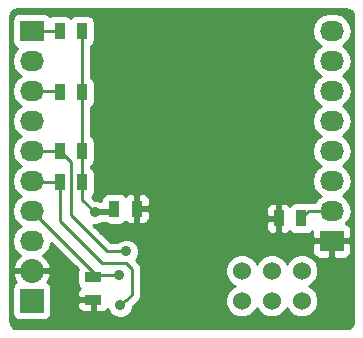
<source format=gbl>
G04 #@! TF.FileFunction,Copper,L2,Bot,Signal*
%FSLAX46Y46*%
G04 Gerber Fmt 4.6, Leading zero omitted, Abs format (unit mm)*
G04 Created by KiCad (PCBNEW 4.0.1-stable) date 2/6/2016 4:43:16 PM*
%MOMM*%
G01*
G04 APERTURE LIST*
%ADD10C,0.100000*%
%ADD11R,2.032000X1.727200*%
%ADD12O,2.032000X1.727200*%
%ADD13R,0.889000X1.397000*%
%ADD14C,1.524000*%
%ADD15R,1.397000X0.889000*%
%ADD16R,2.032000X2.032000*%
%ADD17O,2.032000X2.032000*%
%ADD18C,0.889000*%
%ADD19C,1.270000*%
%ADD20C,0.254000*%
%ADD21C,0.508000*%
G04 APERTURE END LIST*
D10*
D11*
X130810000Y-91440000D03*
D12*
X130810000Y-93980000D03*
X130810000Y-96520000D03*
X130810000Y-99060000D03*
X130810000Y-101600000D03*
X130810000Y-104140000D03*
X130810000Y-106680000D03*
X130810000Y-109220000D03*
D11*
X156210000Y-109220000D03*
D12*
X156210000Y-106680000D03*
X156210000Y-104140000D03*
X156210000Y-101600000D03*
X156210000Y-99060000D03*
X156210000Y-96520000D03*
X156210000Y-93980000D03*
X156210000Y-91440000D03*
D13*
X137797500Y-106500000D03*
X139702500Y-106500000D03*
X133159500Y-91440000D03*
X135064500Y-91440000D03*
X133159500Y-96647000D03*
X135064500Y-96647000D03*
X151701500Y-107315000D03*
X153606500Y-107315000D03*
X135064500Y-101600000D03*
X133159500Y-101600000D03*
X135064500Y-104267000D03*
X133159500Y-104267000D03*
D14*
X148590000Y-114300000D03*
X148590000Y-111760000D03*
X151130000Y-114300000D03*
X151130000Y-111760000D03*
X153670000Y-114300000D03*
X153670000Y-111760000D03*
D15*
X136000000Y-114202500D03*
X136000000Y-112297500D03*
D16*
X130810000Y-114300000D03*
D17*
X130810000Y-111760000D03*
D18*
X138303000Y-114681000D03*
X136144000Y-106807000D03*
X138811000Y-110109000D03*
D19*
X137000000Y-108250000D03*
D18*
X152500000Y-105250000D03*
D19*
X133858000Y-112776000D03*
D18*
X138176000Y-112141000D03*
D20*
X130810000Y-91440000D02*
X133159500Y-91440000D01*
X133159500Y-104267000D02*
X133159500Y-107505500D01*
X139319000Y-113792000D02*
X138303000Y-114681000D01*
X139319000Y-111633000D02*
X139319000Y-113792000D01*
X138811000Y-111125000D02*
X139319000Y-111633000D01*
X136779000Y-111125000D02*
X138811000Y-111125000D01*
X133159500Y-107505500D02*
X136779000Y-111125000D01*
X130810000Y-104140000D02*
X130937000Y-104267000D01*
X130937000Y-104267000D02*
X133159500Y-104267000D01*
X135064500Y-104267000D02*
X135064500Y-105727500D01*
X135064500Y-105727500D02*
X136144000Y-106807000D01*
D21*
X136144000Y-106807000D02*
X137604500Y-106807000D01*
X137604500Y-106807000D02*
X137731500Y-106680000D01*
D20*
X135064500Y-101600000D02*
X135064500Y-104267000D01*
X135064500Y-96647000D02*
X135064500Y-101600000D01*
X135064500Y-91440000D02*
X135064500Y-96647000D01*
X133159500Y-101600000D02*
X134112000Y-102552500D01*
X134112000Y-102552500D02*
X134112000Y-107061000D01*
X130810000Y-101600000D02*
X133159500Y-101600000D01*
X137160000Y-110109000D02*
X138811000Y-110109000D01*
X134112000Y-107061000D02*
X137160000Y-110109000D01*
X130810000Y-101600000D02*
X130810000Y-101727000D01*
X130810000Y-106680000D02*
X136271000Y-112141000D01*
X136271000Y-112141000D02*
X138176000Y-112141000D01*
X153606500Y-107315000D02*
X154241500Y-106680000D01*
X154241500Y-106680000D02*
X156210000Y-106680000D01*
X130810000Y-96520000D02*
X133032500Y-96520000D01*
X133032500Y-96520000D02*
X133159500Y-96647000D01*
G36*
X157688979Y-89665478D02*
X157866145Y-89783856D01*
X157984521Y-89961019D01*
X158040000Y-90239931D01*
X158040000Y-116008069D01*
X157984521Y-116286981D01*
X157866145Y-116464144D01*
X157688979Y-116582522D01*
X157410070Y-116638000D01*
X129609931Y-116638000D01*
X129331019Y-116582521D01*
X129153856Y-116464145D01*
X129035478Y-116286979D01*
X128980000Y-116008070D01*
X128980000Y-113284000D01*
X129146560Y-113284000D01*
X129146560Y-115316000D01*
X129190838Y-115551317D01*
X129329910Y-115767441D01*
X129542110Y-115912431D01*
X129794000Y-115963440D01*
X131826000Y-115963440D01*
X132061317Y-115919162D01*
X132277441Y-115780090D01*
X132422431Y-115567890D01*
X132473440Y-115316000D01*
X132473440Y-114488250D01*
X134666500Y-114488250D01*
X134666500Y-114773309D01*
X134763173Y-115006698D01*
X134941801Y-115185327D01*
X135175190Y-115282000D01*
X135714250Y-115282000D01*
X135873000Y-115123250D01*
X135873000Y-114329500D01*
X134825250Y-114329500D01*
X134666500Y-114488250D01*
X132473440Y-114488250D01*
X132473440Y-113284000D01*
X132429162Y-113048683D01*
X132290090Y-112832559D01*
X132127052Y-112721160D01*
X132216385Y-112624818D01*
X132415975Y-112142944D01*
X132296836Y-111887000D01*
X130937000Y-111887000D01*
X130937000Y-111907000D01*
X130683000Y-111907000D01*
X130683000Y-111887000D01*
X129323164Y-111887000D01*
X129204025Y-112142944D01*
X129403615Y-112624818D01*
X129494097Y-112722398D01*
X129342559Y-112819910D01*
X129197569Y-113032110D01*
X129146560Y-113284000D01*
X128980000Y-113284000D01*
X128980000Y-93980000D01*
X129126655Y-93980000D01*
X129240729Y-94553489D01*
X129565585Y-95039670D01*
X129880366Y-95250000D01*
X129565585Y-95460330D01*
X129240729Y-95946511D01*
X129126655Y-96520000D01*
X129240729Y-97093489D01*
X129565585Y-97579670D01*
X129880366Y-97790000D01*
X129565585Y-98000330D01*
X129240729Y-98486511D01*
X129126655Y-99060000D01*
X129240729Y-99633489D01*
X129565585Y-100119670D01*
X129880366Y-100330000D01*
X129565585Y-100540330D01*
X129240729Y-101026511D01*
X129126655Y-101600000D01*
X129240729Y-102173489D01*
X129565585Y-102659670D01*
X129880366Y-102870000D01*
X129565585Y-103080330D01*
X129240729Y-103566511D01*
X129126655Y-104140000D01*
X129240729Y-104713489D01*
X129565585Y-105199670D01*
X129880366Y-105410000D01*
X129565585Y-105620330D01*
X129240729Y-106106511D01*
X129126655Y-106680000D01*
X129240729Y-107253489D01*
X129565585Y-107739670D01*
X129880366Y-107950000D01*
X129565585Y-108160330D01*
X129240729Y-108646511D01*
X129126655Y-109220000D01*
X129240729Y-109793489D01*
X129565585Y-110279670D01*
X129817976Y-110448312D01*
X129403615Y-110895182D01*
X129204025Y-111377056D01*
X129323164Y-111633000D01*
X130683000Y-111633000D01*
X130683000Y-111613000D01*
X130937000Y-111613000D01*
X130937000Y-111633000D01*
X132296836Y-111633000D01*
X132415975Y-111377056D01*
X132216385Y-110895182D01*
X131802024Y-110448312D01*
X132054415Y-110279670D01*
X132379271Y-109793489D01*
X132456683Y-109404313D01*
X134696381Y-111644012D01*
X134654060Y-111853000D01*
X134654060Y-112742000D01*
X134698338Y-112977317D01*
X134837410Y-113193441D01*
X134915011Y-113246463D01*
X134763173Y-113398302D01*
X134666500Y-113631691D01*
X134666500Y-113916750D01*
X134825250Y-114075500D01*
X135873000Y-114075500D01*
X135873000Y-114055500D01*
X136127000Y-114055500D01*
X136127000Y-114075500D01*
X136147000Y-114075500D01*
X136147000Y-114329500D01*
X136127000Y-114329500D01*
X136127000Y-115123250D01*
X136285750Y-115282000D01*
X136824810Y-115282000D01*
X137058199Y-115185327D01*
X137236827Y-115006698D01*
X137253211Y-114967143D01*
X137387311Y-115291689D01*
X137690714Y-115595622D01*
X138087332Y-115760313D01*
X138516784Y-115760687D01*
X138913689Y-115596689D01*
X139217622Y-115293286D01*
X139382313Y-114896668D01*
X139382442Y-114749010D01*
X139820781Y-114365463D01*
X139836449Y-114345092D01*
X139857815Y-114330815D01*
X139926579Y-114227902D01*
X140002040Y-114129787D01*
X140008719Y-114104972D01*
X140022996Y-114083605D01*
X140047144Y-113962206D01*
X140079312Y-113842687D01*
X140075986Y-113817205D01*
X140081000Y-113792000D01*
X140081000Y-112036661D01*
X147192758Y-112036661D01*
X147404990Y-112550303D01*
X147797630Y-112943629D01*
X148005512Y-113029949D01*
X147799697Y-113114990D01*
X147406371Y-113507630D01*
X147193243Y-114020900D01*
X147192758Y-114576661D01*
X147404990Y-115090303D01*
X147797630Y-115483629D01*
X148310900Y-115696757D01*
X148866661Y-115697242D01*
X149380303Y-115485010D01*
X149773629Y-115092370D01*
X149859949Y-114884488D01*
X149944990Y-115090303D01*
X150337630Y-115483629D01*
X150850900Y-115696757D01*
X151406661Y-115697242D01*
X151920303Y-115485010D01*
X152313629Y-115092370D01*
X152399949Y-114884488D01*
X152484990Y-115090303D01*
X152877630Y-115483629D01*
X153390900Y-115696757D01*
X153946661Y-115697242D01*
X154460303Y-115485010D01*
X154853629Y-115092370D01*
X155066757Y-114579100D01*
X155067242Y-114023339D01*
X154855010Y-113509697D01*
X154462370Y-113116371D01*
X154254488Y-113030051D01*
X154460303Y-112945010D01*
X154853629Y-112552370D01*
X155066757Y-112039100D01*
X155067242Y-111483339D01*
X154855010Y-110969697D01*
X154462370Y-110576371D01*
X153949100Y-110363243D01*
X153393339Y-110362758D01*
X152879697Y-110574990D01*
X152486371Y-110967630D01*
X152400051Y-111175512D01*
X152315010Y-110969697D01*
X151922370Y-110576371D01*
X151409100Y-110363243D01*
X150853339Y-110362758D01*
X150339697Y-110574990D01*
X149946371Y-110967630D01*
X149860051Y-111175512D01*
X149775010Y-110969697D01*
X149382370Y-110576371D01*
X148869100Y-110363243D01*
X148313339Y-110362758D01*
X147799697Y-110574990D01*
X147406371Y-110967630D01*
X147193243Y-111480900D01*
X147192758Y-112036661D01*
X140081000Y-112036661D01*
X140081000Y-111633000D01*
X140022996Y-111341395D01*
X139966317Y-111256569D01*
X139857815Y-111094184D01*
X139605164Y-110841534D01*
X139725622Y-110721286D01*
X139890313Y-110324668D01*
X139890687Y-109895216D01*
X139729763Y-109505750D01*
X154559000Y-109505750D01*
X154559000Y-110209910D01*
X154655673Y-110443299D01*
X154834302Y-110621927D01*
X155067691Y-110718600D01*
X155924250Y-110718600D01*
X156083000Y-110559850D01*
X156083000Y-109347000D01*
X156337000Y-109347000D01*
X156337000Y-110559850D01*
X156495750Y-110718600D01*
X157352309Y-110718600D01*
X157585698Y-110621927D01*
X157764327Y-110443299D01*
X157861000Y-110209910D01*
X157861000Y-109505750D01*
X157702250Y-109347000D01*
X156337000Y-109347000D01*
X156083000Y-109347000D01*
X154717750Y-109347000D01*
X154559000Y-109505750D01*
X139729763Y-109505750D01*
X139726689Y-109498311D01*
X139423286Y-109194378D01*
X139026668Y-109029687D01*
X138597216Y-109029313D01*
X138200311Y-109193311D01*
X138046354Y-109347000D01*
X137475630Y-109347000D01*
X136015018Y-107886388D01*
X136357784Y-107886687D01*
X136754689Y-107722689D01*
X136781425Y-107696000D01*
X136956320Y-107696000D01*
X137101110Y-107794931D01*
X137353000Y-107845940D01*
X138242000Y-107845940D01*
X138477317Y-107801662D01*
X138693441Y-107662590D01*
X138746463Y-107584989D01*
X138898302Y-107736827D01*
X139131691Y-107833500D01*
X139416750Y-107833500D01*
X139575500Y-107674750D01*
X139575500Y-106627000D01*
X139829500Y-106627000D01*
X139829500Y-107674750D01*
X139988250Y-107833500D01*
X140273309Y-107833500D01*
X140506698Y-107736827D01*
X140642775Y-107600750D01*
X150622000Y-107600750D01*
X150622000Y-108139810D01*
X150718673Y-108373199D01*
X150897302Y-108551827D01*
X151130691Y-108648500D01*
X151415750Y-108648500D01*
X151574500Y-108489750D01*
X151574500Y-107442000D01*
X150780750Y-107442000D01*
X150622000Y-107600750D01*
X140642775Y-107600750D01*
X140685327Y-107558199D01*
X140782000Y-107324810D01*
X140782000Y-106785750D01*
X140623250Y-106627000D01*
X139829500Y-106627000D01*
X139575500Y-106627000D01*
X139555500Y-106627000D01*
X139555500Y-106490190D01*
X150622000Y-106490190D01*
X150622000Y-107029250D01*
X150780750Y-107188000D01*
X151574500Y-107188000D01*
X151574500Y-106140250D01*
X151828500Y-106140250D01*
X151828500Y-107188000D01*
X151848500Y-107188000D01*
X151848500Y-107442000D01*
X151828500Y-107442000D01*
X151828500Y-108489750D01*
X151987250Y-108648500D01*
X152272309Y-108648500D01*
X152505698Y-108551827D01*
X152656671Y-108400854D01*
X152697910Y-108464941D01*
X152910110Y-108609931D01*
X153162000Y-108660940D01*
X154051000Y-108660940D01*
X154286317Y-108616662D01*
X154502441Y-108477590D01*
X154559000Y-108394813D01*
X154559000Y-108934250D01*
X154717750Y-109093000D01*
X156083000Y-109093000D01*
X156083000Y-109073000D01*
X156337000Y-109073000D01*
X156337000Y-109093000D01*
X157702250Y-109093000D01*
X157861000Y-108934250D01*
X157861000Y-108230090D01*
X157764327Y-107996701D01*
X157585698Y-107818073D01*
X157432220Y-107754500D01*
X157454415Y-107739670D01*
X157779271Y-107253489D01*
X157893345Y-106680000D01*
X157779271Y-106106511D01*
X157454415Y-105620330D01*
X157139634Y-105410000D01*
X157454415Y-105199670D01*
X157779271Y-104713489D01*
X157893345Y-104140000D01*
X157779271Y-103566511D01*
X157454415Y-103080330D01*
X157139634Y-102870000D01*
X157454415Y-102659670D01*
X157779271Y-102173489D01*
X157893345Y-101600000D01*
X157779271Y-101026511D01*
X157454415Y-100540330D01*
X157139634Y-100330000D01*
X157454415Y-100119670D01*
X157779271Y-99633489D01*
X157893345Y-99060000D01*
X157779271Y-98486511D01*
X157454415Y-98000330D01*
X157139634Y-97790000D01*
X157454415Y-97579670D01*
X157779271Y-97093489D01*
X157893345Y-96520000D01*
X157779271Y-95946511D01*
X157454415Y-95460330D01*
X157139634Y-95250000D01*
X157454415Y-95039670D01*
X157779271Y-94553489D01*
X157893345Y-93980000D01*
X157779271Y-93406511D01*
X157454415Y-92920330D01*
X157139634Y-92710000D01*
X157454415Y-92499670D01*
X157779271Y-92013489D01*
X157893345Y-91440000D01*
X157779271Y-90866511D01*
X157454415Y-90380330D01*
X156968234Y-90055474D01*
X156394745Y-89941400D01*
X156025255Y-89941400D01*
X155451766Y-90055474D01*
X154965585Y-90380330D01*
X154640729Y-90866511D01*
X154526655Y-91440000D01*
X154640729Y-92013489D01*
X154965585Y-92499670D01*
X155280366Y-92710000D01*
X154965585Y-92920330D01*
X154640729Y-93406511D01*
X154526655Y-93980000D01*
X154640729Y-94553489D01*
X154965585Y-95039670D01*
X155280366Y-95250000D01*
X154965585Y-95460330D01*
X154640729Y-95946511D01*
X154526655Y-96520000D01*
X154640729Y-97093489D01*
X154965585Y-97579670D01*
X155280366Y-97790000D01*
X154965585Y-98000330D01*
X154640729Y-98486511D01*
X154526655Y-99060000D01*
X154640729Y-99633489D01*
X154965585Y-100119670D01*
X155280366Y-100330000D01*
X154965585Y-100540330D01*
X154640729Y-101026511D01*
X154526655Y-101600000D01*
X154640729Y-102173489D01*
X154965585Y-102659670D01*
X155280366Y-102870000D01*
X154965585Y-103080330D01*
X154640729Y-103566511D01*
X154526655Y-104140000D01*
X154640729Y-104713489D01*
X154965585Y-105199670D01*
X155280366Y-105410000D01*
X154965585Y-105620330D01*
X154766688Y-105918000D01*
X154241500Y-105918000D01*
X153984805Y-105969060D01*
X153162000Y-105969060D01*
X152926683Y-106013338D01*
X152710559Y-106152410D01*
X152657537Y-106230011D01*
X152505698Y-106078173D01*
X152272309Y-105981500D01*
X151987250Y-105981500D01*
X151828500Y-106140250D01*
X151574500Y-106140250D01*
X151415750Y-105981500D01*
X151130691Y-105981500D01*
X150897302Y-106078173D01*
X150718673Y-106256801D01*
X150622000Y-106490190D01*
X139555500Y-106490190D01*
X139555500Y-106373000D01*
X139575500Y-106373000D01*
X139575500Y-105325250D01*
X139829500Y-105325250D01*
X139829500Y-106373000D01*
X140623250Y-106373000D01*
X140782000Y-106214250D01*
X140782000Y-105675190D01*
X140685327Y-105441801D01*
X140506698Y-105263173D01*
X140273309Y-105166500D01*
X139988250Y-105166500D01*
X139829500Y-105325250D01*
X139575500Y-105325250D01*
X139416750Y-105166500D01*
X139131691Y-105166500D01*
X138898302Y-105263173D01*
X138747329Y-105414146D01*
X138706090Y-105350059D01*
X138493890Y-105205069D01*
X138242000Y-105154060D01*
X137353000Y-105154060D01*
X137117683Y-105198338D01*
X136901559Y-105337410D01*
X136756569Y-105549610D01*
X136705560Y-105801500D01*
X136705560Y-105871315D01*
X136359668Y-105727687D01*
X136142128Y-105727498D01*
X135889725Y-105475095D01*
X135960441Y-105429590D01*
X136105431Y-105217390D01*
X136156440Y-104965500D01*
X136156440Y-103568500D01*
X136112162Y-103333183D01*
X135973090Y-103117059D01*
X135826500Y-103016898D01*
X135826500Y-102848779D01*
X135960441Y-102762590D01*
X136105431Y-102550390D01*
X136156440Y-102298500D01*
X136156440Y-100901500D01*
X136112162Y-100666183D01*
X135973090Y-100450059D01*
X135826500Y-100349898D01*
X135826500Y-97895779D01*
X135960441Y-97809590D01*
X136105431Y-97597390D01*
X136156440Y-97345500D01*
X136156440Y-95948500D01*
X136112162Y-95713183D01*
X135973090Y-95497059D01*
X135826500Y-95396898D01*
X135826500Y-92688779D01*
X135960441Y-92602590D01*
X136105431Y-92390390D01*
X136156440Y-92138500D01*
X136156440Y-90741500D01*
X136112162Y-90506183D01*
X135973090Y-90290059D01*
X135760890Y-90145069D01*
X135509000Y-90094060D01*
X134620000Y-90094060D01*
X134384683Y-90138338D01*
X134168559Y-90277410D01*
X134112626Y-90359270D01*
X134068090Y-90290059D01*
X133855890Y-90145069D01*
X133604000Y-90094060D01*
X132715000Y-90094060D01*
X132479683Y-90138338D01*
X132351695Y-90220696D01*
X132290090Y-90124959D01*
X132077890Y-89979969D01*
X131826000Y-89928960D01*
X129794000Y-89928960D01*
X129558683Y-89973238D01*
X129342559Y-90112310D01*
X129197569Y-90324510D01*
X129146560Y-90576400D01*
X129146560Y-92303600D01*
X129190838Y-92538917D01*
X129329910Y-92755041D01*
X129542110Y-92900031D01*
X129583439Y-92908400D01*
X129565585Y-92920330D01*
X129240729Y-93406511D01*
X129126655Y-93980000D01*
X128980000Y-93980000D01*
X128980000Y-90239930D01*
X129035478Y-89961021D01*
X129153856Y-89783855D01*
X129331019Y-89665479D01*
X129609931Y-89610000D01*
X157410070Y-89610000D01*
X157688979Y-89665478D01*
X157688979Y-89665478D01*
G37*
X157688979Y-89665478D02*
X157866145Y-89783856D01*
X157984521Y-89961019D01*
X158040000Y-90239931D01*
X158040000Y-116008069D01*
X157984521Y-116286981D01*
X157866145Y-116464144D01*
X157688979Y-116582522D01*
X157410070Y-116638000D01*
X129609931Y-116638000D01*
X129331019Y-116582521D01*
X129153856Y-116464145D01*
X129035478Y-116286979D01*
X128980000Y-116008070D01*
X128980000Y-113284000D01*
X129146560Y-113284000D01*
X129146560Y-115316000D01*
X129190838Y-115551317D01*
X129329910Y-115767441D01*
X129542110Y-115912431D01*
X129794000Y-115963440D01*
X131826000Y-115963440D01*
X132061317Y-115919162D01*
X132277441Y-115780090D01*
X132422431Y-115567890D01*
X132473440Y-115316000D01*
X132473440Y-114488250D01*
X134666500Y-114488250D01*
X134666500Y-114773309D01*
X134763173Y-115006698D01*
X134941801Y-115185327D01*
X135175190Y-115282000D01*
X135714250Y-115282000D01*
X135873000Y-115123250D01*
X135873000Y-114329500D01*
X134825250Y-114329500D01*
X134666500Y-114488250D01*
X132473440Y-114488250D01*
X132473440Y-113284000D01*
X132429162Y-113048683D01*
X132290090Y-112832559D01*
X132127052Y-112721160D01*
X132216385Y-112624818D01*
X132415975Y-112142944D01*
X132296836Y-111887000D01*
X130937000Y-111887000D01*
X130937000Y-111907000D01*
X130683000Y-111907000D01*
X130683000Y-111887000D01*
X129323164Y-111887000D01*
X129204025Y-112142944D01*
X129403615Y-112624818D01*
X129494097Y-112722398D01*
X129342559Y-112819910D01*
X129197569Y-113032110D01*
X129146560Y-113284000D01*
X128980000Y-113284000D01*
X128980000Y-93980000D01*
X129126655Y-93980000D01*
X129240729Y-94553489D01*
X129565585Y-95039670D01*
X129880366Y-95250000D01*
X129565585Y-95460330D01*
X129240729Y-95946511D01*
X129126655Y-96520000D01*
X129240729Y-97093489D01*
X129565585Y-97579670D01*
X129880366Y-97790000D01*
X129565585Y-98000330D01*
X129240729Y-98486511D01*
X129126655Y-99060000D01*
X129240729Y-99633489D01*
X129565585Y-100119670D01*
X129880366Y-100330000D01*
X129565585Y-100540330D01*
X129240729Y-101026511D01*
X129126655Y-101600000D01*
X129240729Y-102173489D01*
X129565585Y-102659670D01*
X129880366Y-102870000D01*
X129565585Y-103080330D01*
X129240729Y-103566511D01*
X129126655Y-104140000D01*
X129240729Y-104713489D01*
X129565585Y-105199670D01*
X129880366Y-105410000D01*
X129565585Y-105620330D01*
X129240729Y-106106511D01*
X129126655Y-106680000D01*
X129240729Y-107253489D01*
X129565585Y-107739670D01*
X129880366Y-107950000D01*
X129565585Y-108160330D01*
X129240729Y-108646511D01*
X129126655Y-109220000D01*
X129240729Y-109793489D01*
X129565585Y-110279670D01*
X129817976Y-110448312D01*
X129403615Y-110895182D01*
X129204025Y-111377056D01*
X129323164Y-111633000D01*
X130683000Y-111633000D01*
X130683000Y-111613000D01*
X130937000Y-111613000D01*
X130937000Y-111633000D01*
X132296836Y-111633000D01*
X132415975Y-111377056D01*
X132216385Y-110895182D01*
X131802024Y-110448312D01*
X132054415Y-110279670D01*
X132379271Y-109793489D01*
X132456683Y-109404313D01*
X134696381Y-111644012D01*
X134654060Y-111853000D01*
X134654060Y-112742000D01*
X134698338Y-112977317D01*
X134837410Y-113193441D01*
X134915011Y-113246463D01*
X134763173Y-113398302D01*
X134666500Y-113631691D01*
X134666500Y-113916750D01*
X134825250Y-114075500D01*
X135873000Y-114075500D01*
X135873000Y-114055500D01*
X136127000Y-114055500D01*
X136127000Y-114075500D01*
X136147000Y-114075500D01*
X136147000Y-114329500D01*
X136127000Y-114329500D01*
X136127000Y-115123250D01*
X136285750Y-115282000D01*
X136824810Y-115282000D01*
X137058199Y-115185327D01*
X137236827Y-115006698D01*
X137253211Y-114967143D01*
X137387311Y-115291689D01*
X137690714Y-115595622D01*
X138087332Y-115760313D01*
X138516784Y-115760687D01*
X138913689Y-115596689D01*
X139217622Y-115293286D01*
X139382313Y-114896668D01*
X139382442Y-114749010D01*
X139820781Y-114365463D01*
X139836449Y-114345092D01*
X139857815Y-114330815D01*
X139926579Y-114227902D01*
X140002040Y-114129787D01*
X140008719Y-114104972D01*
X140022996Y-114083605D01*
X140047144Y-113962206D01*
X140079312Y-113842687D01*
X140075986Y-113817205D01*
X140081000Y-113792000D01*
X140081000Y-112036661D01*
X147192758Y-112036661D01*
X147404990Y-112550303D01*
X147797630Y-112943629D01*
X148005512Y-113029949D01*
X147799697Y-113114990D01*
X147406371Y-113507630D01*
X147193243Y-114020900D01*
X147192758Y-114576661D01*
X147404990Y-115090303D01*
X147797630Y-115483629D01*
X148310900Y-115696757D01*
X148866661Y-115697242D01*
X149380303Y-115485010D01*
X149773629Y-115092370D01*
X149859949Y-114884488D01*
X149944990Y-115090303D01*
X150337630Y-115483629D01*
X150850900Y-115696757D01*
X151406661Y-115697242D01*
X151920303Y-115485010D01*
X152313629Y-115092370D01*
X152399949Y-114884488D01*
X152484990Y-115090303D01*
X152877630Y-115483629D01*
X153390900Y-115696757D01*
X153946661Y-115697242D01*
X154460303Y-115485010D01*
X154853629Y-115092370D01*
X155066757Y-114579100D01*
X155067242Y-114023339D01*
X154855010Y-113509697D01*
X154462370Y-113116371D01*
X154254488Y-113030051D01*
X154460303Y-112945010D01*
X154853629Y-112552370D01*
X155066757Y-112039100D01*
X155067242Y-111483339D01*
X154855010Y-110969697D01*
X154462370Y-110576371D01*
X153949100Y-110363243D01*
X153393339Y-110362758D01*
X152879697Y-110574990D01*
X152486371Y-110967630D01*
X152400051Y-111175512D01*
X152315010Y-110969697D01*
X151922370Y-110576371D01*
X151409100Y-110363243D01*
X150853339Y-110362758D01*
X150339697Y-110574990D01*
X149946371Y-110967630D01*
X149860051Y-111175512D01*
X149775010Y-110969697D01*
X149382370Y-110576371D01*
X148869100Y-110363243D01*
X148313339Y-110362758D01*
X147799697Y-110574990D01*
X147406371Y-110967630D01*
X147193243Y-111480900D01*
X147192758Y-112036661D01*
X140081000Y-112036661D01*
X140081000Y-111633000D01*
X140022996Y-111341395D01*
X139966317Y-111256569D01*
X139857815Y-111094184D01*
X139605164Y-110841534D01*
X139725622Y-110721286D01*
X139890313Y-110324668D01*
X139890687Y-109895216D01*
X139729763Y-109505750D01*
X154559000Y-109505750D01*
X154559000Y-110209910D01*
X154655673Y-110443299D01*
X154834302Y-110621927D01*
X155067691Y-110718600D01*
X155924250Y-110718600D01*
X156083000Y-110559850D01*
X156083000Y-109347000D01*
X156337000Y-109347000D01*
X156337000Y-110559850D01*
X156495750Y-110718600D01*
X157352309Y-110718600D01*
X157585698Y-110621927D01*
X157764327Y-110443299D01*
X157861000Y-110209910D01*
X157861000Y-109505750D01*
X157702250Y-109347000D01*
X156337000Y-109347000D01*
X156083000Y-109347000D01*
X154717750Y-109347000D01*
X154559000Y-109505750D01*
X139729763Y-109505750D01*
X139726689Y-109498311D01*
X139423286Y-109194378D01*
X139026668Y-109029687D01*
X138597216Y-109029313D01*
X138200311Y-109193311D01*
X138046354Y-109347000D01*
X137475630Y-109347000D01*
X136015018Y-107886388D01*
X136357784Y-107886687D01*
X136754689Y-107722689D01*
X136781425Y-107696000D01*
X136956320Y-107696000D01*
X137101110Y-107794931D01*
X137353000Y-107845940D01*
X138242000Y-107845940D01*
X138477317Y-107801662D01*
X138693441Y-107662590D01*
X138746463Y-107584989D01*
X138898302Y-107736827D01*
X139131691Y-107833500D01*
X139416750Y-107833500D01*
X139575500Y-107674750D01*
X139575500Y-106627000D01*
X139829500Y-106627000D01*
X139829500Y-107674750D01*
X139988250Y-107833500D01*
X140273309Y-107833500D01*
X140506698Y-107736827D01*
X140642775Y-107600750D01*
X150622000Y-107600750D01*
X150622000Y-108139810D01*
X150718673Y-108373199D01*
X150897302Y-108551827D01*
X151130691Y-108648500D01*
X151415750Y-108648500D01*
X151574500Y-108489750D01*
X151574500Y-107442000D01*
X150780750Y-107442000D01*
X150622000Y-107600750D01*
X140642775Y-107600750D01*
X140685327Y-107558199D01*
X140782000Y-107324810D01*
X140782000Y-106785750D01*
X140623250Y-106627000D01*
X139829500Y-106627000D01*
X139575500Y-106627000D01*
X139555500Y-106627000D01*
X139555500Y-106490190D01*
X150622000Y-106490190D01*
X150622000Y-107029250D01*
X150780750Y-107188000D01*
X151574500Y-107188000D01*
X151574500Y-106140250D01*
X151828500Y-106140250D01*
X151828500Y-107188000D01*
X151848500Y-107188000D01*
X151848500Y-107442000D01*
X151828500Y-107442000D01*
X151828500Y-108489750D01*
X151987250Y-108648500D01*
X152272309Y-108648500D01*
X152505698Y-108551827D01*
X152656671Y-108400854D01*
X152697910Y-108464941D01*
X152910110Y-108609931D01*
X153162000Y-108660940D01*
X154051000Y-108660940D01*
X154286317Y-108616662D01*
X154502441Y-108477590D01*
X154559000Y-108394813D01*
X154559000Y-108934250D01*
X154717750Y-109093000D01*
X156083000Y-109093000D01*
X156083000Y-109073000D01*
X156337000Y-109073000D01*
X156337000Y-109093000D01*
X157702250Y-109093000D01*
X157861000Y-108934250D01*
X157861000Y-108230090D01*
X157764327Y-107996701D01*
X157585698Y-107818073D01*
X157432220Y-107754500D01*
X157454415Y-107739670D01*
X157779271Y-107253489D01*
X157893345Y-106680000D01*
X157779271Y-106106511D01*
X157454415Y-105620330D01*
X157139634Y-105410000D01*
X157454415Y-105199670D01*
X157779271Y-104713489D01*
X157893345Y-104140000D01*
X157779271Y-103566511D01*
X157454415Y-103080330D01*
X157139634Y-102870000D01*
X157454415Y-102659670D01*
X157779271Y-102173489D01*
X157893345Y-101600000D01*
X157779271Y-101026511D01*
X157454415Y-100540330D01*
X157139634Y-100330000D01*
X157454415Y-100119670D01*
X157779271Y-99633489D01*
X157893345Y-99060000D01*
X157779271Y-98486511D01*
X157454415Y-98000330D01*
X157139634Y-97790000D01*
X157454415Y-97579670D01*
X157779271Y-97093489D01*
X157893345Y-96520000D01*
X157779271Y-95946511D01*
X157454415Y-95460330D01*
X157139634Y-95250000D01*
X157454415Y-95039670D01*
X157779271Y-94553489D01*
X157893345Y-93980000D01*
X157779271Y-93406511D01*
X157454415Y-92920330D01*
X157139634Y-92710000D01*
X157454415Y-92499670D01*
X157779271Y-92013489D01*
X157893345Y-91440000D01*
X157779271Y-90866511D01*
X157454415Y-90380330D01*
X156968234Y-90055474D01*
X156394745Y-89941400D01*
X156025255Y-89941400D01*
X155451766Y-90055474D01*
X154965585Y-90380330D01*
X154640729Y-90866511D01*
X154526655Y-91440000D01*
X154640729Y-92013489D01*
X154965585Y-92499670D01*
X155280366Y-92710000D01*
X154965585Y-92920330D01*
X154640729Y-93406511D01*
X154526655Y-93980000D01*
X154640729Y-94553489D01*
X154965585Y-95039670D01*
X155280366Y-95250000D01*
X154965585Y-95460330D01*
X154640729Y-95946511D01*
X154526655Y-96520000D01*
X154640729Y-97093489D01*
X154965585Y-97579670D01*
X155280366Y-97790000D01*
X154965585Y-98000330D01*
X154640729Y-98486511D01*
X154526655Y-99060000D01*
X154640729Y-99633489D01*
X154965585Y-100119670D01*
X155280366Y-100330000D01*
X154965585Y-100540330D01*
X154640729Y-101026511D01*
X154526655Y-101600000D01*
X154640729Y-102173489D01*
X154965585Y-102659670D01*
X155280366Y-102870000D01*
X154965585Y-103080330D01*
X154640729Y-103566511D01*
X154526655Y-104140000D01*
X154640729Y-104713489D01*
X154965585Y-105199670D01*
X155280366Y-105410000D01*
X154965585Y-105620330D01*
X154766688Y-105918000D01*
X154241500Y-105918000D01*
X153984805Y-105969060D01*
X153162000Y-105969060D01*
X152926683Y-106013338D01*
X152710559Y-106152410D01*
X152657537Y-106230011D01*
X152505698Y-106078173D01*
X152272309Y-105981500D01*
X151987250Y-105981500D01*
X151828500Y-106140250D01*
X151574500Y-106140250D01*
X151415750Y-105981500D01*
X151130691Y-105981500D01*
X150897302Y-106078173D01*
X150718673Y-106256801D01*
X150622000Y-106490190D01*
X139555500Y-106490190D01*
X139555500Y-106373000D01*
X139575500Y-106373000D01*
X139575500Y-105325250D01*
X139829500Y-105325250D01*
X139829500Y-106373000D01*
X140623250Y-106373000D01*
X140782000Y-106214250D01*
X140782000Y-105675190D01*
X140685327Y-105441801D01*
X140506698Y-105263173D01*
X140273309Y-105166500D01*
X139988250Y-105166500D01*
X139829500Y-105325250D01*
X139575500Y-105325250D01*
X139416750Y-105166500D01*
X139131691Y-105166500D01*
X138898302Y-105263173D01*
X138747329Y-105414146D01*
X138706090Y-105350059D01*
X138493890Y-105205069D01*
X138242000Y-105154060D01*
X137353000Y-105154060D01*
X137117683Y-105198338D01*
X136901559Y-105337410D01*
X136756569Y-105549610D01*
X136705560Y-105801500D01*
X136705560Y-105871315D01*
X136359668Y-105727687D01*
X136142128Y-105727498D01*
X135889725Y-105475095D01*
X135960441Y-105429590D01*
X136105431Y-105217390D01*
X136156440Y-104965500D01*
X136156440Y-103568500D01*
X136112162Y-103333183D01*
X135973090Y-103117059D01*
X135826500Y-103016898D01*
X135826500Y-102848779D01*
X135960441Y-102762590D01*
X136105431Y-102550390D01*
X136156440Y-102298500D01*
X136156440Y-100901500D01*
X136112162Y-100666183D01*
X135973090Y-100450059D01*
X135826500Y-100349898D01*
X135826500Y-97895779D01*
X135960441Y-97809590D01*
X136105431Y-97597390D01*
X136156440Y-97345500D01*
X136156440Y-95948500D01*
X136112162Y-95713183D01*
X135973090Y-95497059D01*
X135826500Y-95396898D01*
X135826500Y-92688779D01*
X135960441Y-92602590D01*
X136105431Y-92390390D01*
X136156440Y-92138500D01*
X136156440Y-90741500D01*
X136112162Y-90506183D01*
X135973090Y-90290059D01*
X135760890Y-90145069D01*
X135509000Y-90094060D01*
X134620000Y-90094060D01*
X134384683Y-90138338D01*
X134168559Y-90277410D01*
X134112626Y-90359270D01*
X134068090Y-90290059D01*
X133855890Y-90145069D01*
X133604000Y-90094060D01*
X132715000Y-90094060D01*
X132479683Y-90138338D01*
X132351695Y-90220696D01*
X132290090Y-90124959D01*
X132077890Y-89979969D01*
X131826000Y-89928960D01*
X129794000Y-89928960D01*
X129558683Y-89973238D01*
X129342559Y-90112310D01*
X129197569Y-90324510D01*
X129146560Y-90576400D01*
X129146560Y-92303600D01*
X129190838Y-92538917D01*
X129329910Y-92755041D01*
X129542110Y-92900031D01*
X129583439Y-92908400D01*
X129565585Y-92920330D01*
X129240729Y-93406511D01*
X129126655Y-93980000D01*
X128980000Y-93980000D01*
X128980000Y-90239930D01*
X129035478Y-89961021D01*
X129153856Y-89783855D01*
X129331019Y-89665479D01*
X129609931Y-89610000D01*
X157410070Y-89610000D01*
X157688979Y-89665478D01*
M02*

</source>
